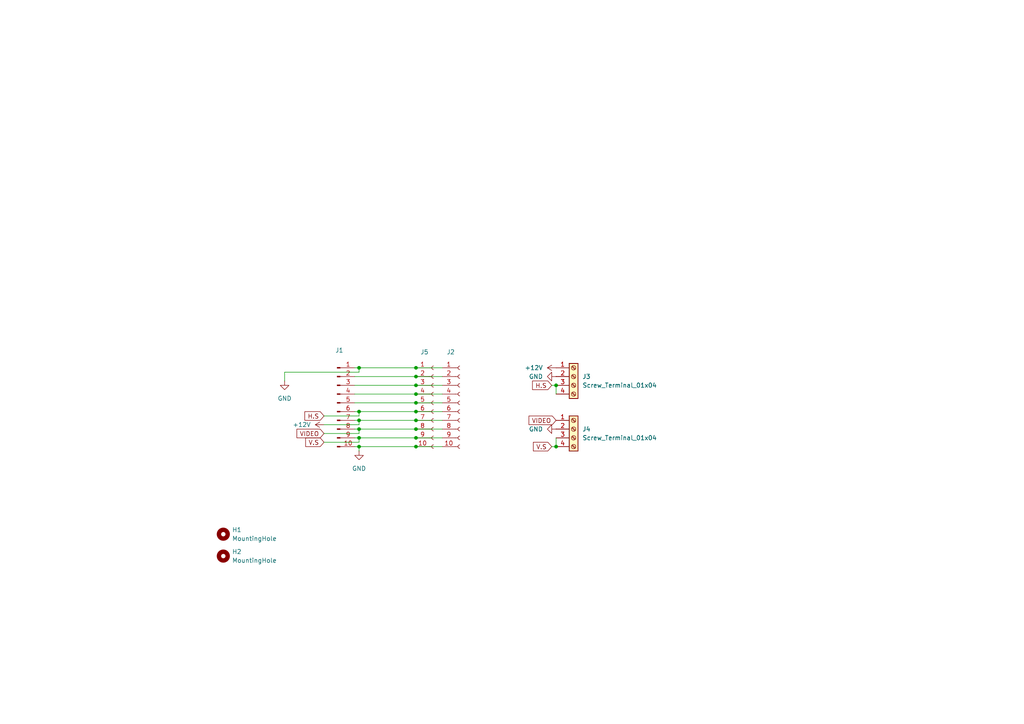
<source format=kicad_sch>
(kicad_sch (version 20231120) (generator "eeschema") (generator_version "8.0")
  (paper "A4")
  (lib_symbols
    (symbol "Connector:Conn_01x10_Pin" (pin_names (offset 1.016) hide)
      (property "Reference" "J" (at 0 12.7 0))
      (property "Value" "Conn_01x10_Pin" (at 0 -15.24 0))
      (symbol "Conn_01x10_Pin_1_1"
        (polyline (pts (xy 1.27 -12.7) (xy 0.8636 -12.7)) (stroke (width 0.1524)))
        (polyline (pts (xy 1.27 -10.16) (xy 0.8636 -10.16)) (stroke (width 0.1524)))
        (polyline (pts (xy 1.27 -7.62) (xy 0.8636 -7.62)) (stroke (width 0.1524)))
        (polyline (pts (xy 1.27 -5.08) (xy 0.8636 -5.08)) (stroke (width 0.1524)))
        (polyline (pts (xy 1.27 -2.54) (xy 0.8636 -2.54)) (stroke (width 0.1524)))
        (polyline (pts (xy 1.27 0) (xy 0.8636 0)) (stroke (width 0.1524)))
        (polyline (pts (xy 1.27 2.54) (xy 0.8636 2.54)) (stroke (width 0.1524)))
        (polyline (pts (xy 1.27 5.08) (xy 0.8636 5.08)) (stroke (width 0.1524)))
        (polyline (pts (xy 1.27 7.62) (xy 0.8636 7.62)) (stroke (width 0.1524)))
        (polyline (pts (xy 1.27 10.16) (xy 0.8636 10.16)) (stroke (width 0.1524)))
        (rectangle (start 0.8636 -12.573) (end 0 -12.827) (stroke (width 0.1524)) (fill (type outline)))
        (rectangle (start 0.8636 -10.033) (end 0 -10.287) (stroke (width 0.1524)) (fill (type outline)))
        (rectangle (start 0.8636 -7.493) (end 0 -7.747) (stroke (width 0.1524)) (fill (type outline)))
        (rectangle (start 0.8636 -4.953) (end 0 -5.207) (stroke (width 0.1524)) (fill (type outline)))
        (rectangle (start 0.8636 -2.413) (end 0 -2.667) (stroke (width 0.1524)) (fill (type outline)))
        (rectangle (start 0.8636 0.127) (end 0 -0.127) (stroke (width 0.1524)) (fill (type outline)))
        (rectangle (start 0.8636 2.667) (end 0 2.413) (stroke (width 0.1524)) (fill (type outline)))
        (rectangle (start 0.8636 5.207) (end 0 4.953) (stroke (width 0.1524)) (fill (type outline)))
        (rectangle (start 0.8636 7.747) (end 0 7.493) (stroke (width 0.1524)) (fill (type outline)))
        (rectangle (start 0.8636 10.287) (end 0 10.033) (stroke (width 0.1524)) (fill (type outline)))
        (pin passive line (at 5.08 10.16 180) (length 3.81) (name "Pin_1") (number "1"))
        (pin passive line (at 5.08 -12.7 180) (length 3.81) (name "Pin_10") (number "10"))
        (pin passive line (at 5.08 7.62 180) (length 3.81) (name "Pin_2") (number "2"))
        (pin passive line (at 5.08 5.08 180) (length 3.81) (name "Pin_3") (number "3"))
        (pin passive line (at 5.08 2.54 180) (length 3.81) (name "Pin_4") (number "4"))
        (pin passive line (at 5.08 0 180) (length 3.81) (name "Pin_5") (number "5"))
        (pin passive line (at 5.08 -2.54 180) (length 3.81) (name "Pin_6") (number "6"))
        (pin passive line (at 5.08 -5.08 180) (length 3.81) (name "Pin_7") (number "7"))
        (pin passive line (at 5.08 -7.62 180) (length 3.81) (name "Pin_8") (number "8"))
        (pin passive line (at 5.08 -10.16 180) (length 3.81) (name "Pin_9") (number "9"))
      )
    )
    (symbol "Connector:Conn_01x10_Socket" (pin_names (offset 1.016) hide)
      (property "Reference" "J" (at 0 12.7 0))
      (property "Value" "Conn_01x10_Socket" (at 0 -15.24 0))
      (symbol "Conn_01x10_Socket_1_1"
        (arc (start 0 -12.192) (mid -0.5058 -12.7) (end 0 -13.208) (stroke (width 0.1524)))
        (arc (start 0 -9.652) (mid -0.5058 -10.16) (end 0 -10.668) (stroke (width 0.1524)))
        (arc (start 0 -7.112) (mid -0.5058 -7.62) (end 0 -8.128) (stroke (width 0.1524)))
        (arc (start 0 -4.572) (mid -0.5058 -5.08) (end 0 -5.588) (stroke (width 0.1524)))
        (arc (start 0 -2.032) (mid -0.5058 -2.54) (end 0 -3.048) (stroke (width 0.1524)))
        (polyline (pts (xy -1.27 -12.7) (xy -0.508 -12.7)) (stroke (width 0.1524)))
        (polyline (pts (xy -1.27 -10.16) (xy -0.508 -10.16)) (stroke (width 0.1524)))
        (polyline (pts (xy -1.27 -7.62) (xy -0.508 -7.62)) (stroke (width 0.1524)))
        (polyline (pts (xy -1.27 -5.08) (xy -0.508 -5.08)) (stroke (width 0.1524)))
        (polyline (pts (xy -1.27 -2.54) (xy -0.508 -2.54)) (stroke (width 0.1524)))
        (polyline (pts (xy -1.27 0) (xy -0.508 0)) (stroke (width 0.1524)))
        (polyline (pts (xy -1.27 2.54) (xy -0.508 2.54)) (stroke (width 0.1524)))
        (polyline (pts (xy -1.27 5.08) (xy -0.508 5.08)) (stroke (width 0.1524)))
        (polyline (pts (xy -1.27 7.62) (xy -0.508 7.62)) (stroke (width 0.1524)))
        (polyline (pts (xy -1.27 10.16) (xy -0.508 10.16)) (stroke (width 0.1524)))
        (arc (start 0 0.508) (mid -0.5058 0) (end 0 -0.508) (stroke (width 0.1524)))
        (arc (start 0 3.048) (mid -0.5058 2.54) (end 0 2.032) (stroke (width 0.1524)))
        (arc (start 0 5.588) (mid -0.5058 5.08) (end 0 4.572) (stroke (width 0.1524)))
        (arc (start 0 8.128) (mid -0.5058 7.62) (end 0 7.112) (stroke (width 0.1524)))
        (arc (start 0 10.668) (mid -0.5058 10.16) (end 0 9.652) (stroke (width 0.1524)))
        (pin passive line (at -5.08 10.16 0) (length 3.81) (name "Pin_1") (number "1"))
        (pin passive line (at -5.08 -12.7 0) (length 3.81) (name "Pin_10") (number "10"))
        (pin passive line (at -5.08 7.62 0) (length 3.81) (name "Pin_2") (number "2"))
        (pin passive line (at -5.08 5.08 0) (length 3.81) (name "Pin_3") (number "3"))
        (pin passive line (at -5.08 2.54 0) (length 3.81) (name "Pin_4") (number "4"))
        (pin passive line (at -5.08 0 0) (length 3.81) (name "Pin_5") (number "5"))
        (pin passive line (at -5.08 -2.54 0) (length 3.81) (name "Pin_6") (number "6"))
        (pin passive line (at -5.08 -5.08 0) (length 3.81) (name "Pin_7") (number "7"))
        (pin passive line (at -5.08 -7.62 0) (length 3.81) (name "Pin_8") (number "8"))
        (pin passive line (at -5.08 -10.16 0) (length 3.81) (name "Pin_9") (number "9"))
      )
    )
    (symbol "Connector:Screw_Terminal_01x04" (pin_names (offset 1.016) hide)
      (property "Reference" "J" (at 0 5.08 0))
      (property "Value" "Screw_Terminal_01x04" (at 0 -7.62 0))
      (symbol "Screw_Terminal_01x04_1_1"
        (rectangle (start -1.27 3.81) (end 1.27 -6.35) (stroke (width 0.254)) (fill (type background)))
        (circle (center 0 -5.08) (radius 0.635) (stroke (width 0.1524)))
        (circle (center 0 -2.54) (radius 0.635) (stroke (width 0.1524)))
        (polyline (pts (xy -0.5334 -4.7498) (xy 0.3302 -5.588)) (stroke (width 0.1524)))
        (polyline (pts (xy -0.5334 -2.2098) (xy 0.3302 -3.048)) (stroke (width 0.1524)))
        (polyline (pts (xy -0.5334 0.3302) (xy 0.3302 -0.508)) (stroke (width 0.1524)))
        (polyline (pts (xy -0.5334 2.8702) (xy 0.3302 2.032)) (stroke (width 0.1524)))
        (polyline (pts (xy -0.3556 -4.572) (xy 0.508 -5.4102)) (stroke (width 0.1524)))
        (polyline (pts (xy -0.3556 -2.032) (xy 0.508 -2.8702)) (stroke (width 0.1524)))
        (polyline (pts (xy -0.3556 0.508) (xy 0.508 -0.3302)) (stroke (width 0.1524)))
        (polyline (pts (xy -0.3556 3.048) (xy 0.508 2.2098)) (stroke (width 0.1524)))
        (circle (center 0 0) (radius 0.635) (stroke (width 0.1524)))
        (circle (center 0 2.54) (radius 0.635) (stroke (width 0.1524)))
        (pin passive line (at -5.08 2.54 0) (length 3.81) (name "Pin_1") (number "1"))
        (pin passive line (at -5.08 0 0) (length 3.81) (name "Pin_2") (number "2"))
        (pin passive line (at -5.08 -2.54 0) (length 3.81) (name "Pin_3") (number "3"))
        (pin passive line (at -5.08 -5.08 0) (length 3.81) (name "Pin_4") (number "4"))
      )
    )
    (symbol "Mechanical:MountingHole" (pin_names (offset 1.016)) (exclude_from_sim yes) (in_bom no)
      (property "Reference" "H" (at 0 5.08 0))
      (property "Value" "MountingHole" (at 0 3.175 0))
      (symbol "MountingHole_0_1"
        (circle (center 0 0) (radius 1.27) (stroke (width 1.27)))
      )
    )
    (symbol "power:+12V" (power) (pin_numbers hide) (pin_names (offset 0) hide)
      (property "Value" "+12V" (at 0 3.556 0))
      (symbol "+12V_0_1"
        (polyline (pts (xy -0.762 1.27) (xy 0 2.54)))
        (polyline (pts (xy 0 0) (xy 0 2.54)))
        (polyline (pts (xy 0 2.54) (xy 0.762 1.27)))
      )
      (symbol "+12V_1_1"
        (pin power_in line (at 0 0 90) (length 0) (name "~") (number "1"))
      )
    )
    (symbol "power:GND" (power) (pin_numbers hide) (pin_names (offset 0) hide)
      (property "Value" "GND" (at 0 -3.81 0))
      (symbol "GND_0_1"
        (polyline (pts (xy 0 0) (xy 0 -1.27) (xy 1.27 -1.27) (xy 0 -2.54) (xy -1.27 -1.27) (xy 0 -1.27)))
      )
      (symbol "GND_1_1"
        (pin power_in line (at 0 0 270) (length 0) (name "~") (number "1"))
      )
    )
  )
  (junction (at 120.65 116.84))
  (junction (at 120.65 111.76))
  (junction (at 120.65 121.92))
  (junction (at 161.29 129.54))
  (junction (at 104.14 127))
  (junction (at 120.65 109.22))
  (junction (at 120.65 106.68))
  (junction (at 120.65 124.46))
  (junction (at 120.65 119.38))
  (junction (at 104.14 129.54))
  (junction (at 120.65 129.54))
  (junction (at 120.65 114.3))
  (junction (at 120.65 127))
  (junction (at 104.14 106.68))
  (junction (at 161.29 111.76))
  (junction (at 104.14 119.38))
  (junction (at 104.14 121.92))
  (junction (at 104.14 124.46))
  (wire (pts (xy 160.02 111.76) (xy 161.29 111.76)))
  (wire (pts (xy 104.14 121.92) (xy 120.65 121.92)))
  (wire (pts (xy 93.98 125.73) (xy 104.14 125.73)))
  (wire (pts (xy 104.14 120.65) (xy 93.98 120.65)))
  (wire (pts (xy 102.87 116.84) (xy 120.65 116.84)))
  (wire (pts (xy 161.29 111.76) (xy 161.29 114.3)))
  (wire (pts (xy 120.65 129.54) (xy 128.27 129.54)))
  (wire (pts (xy 104.14 129.54) (xy 120.65 129.54)))
  (wire (pts (xy 102.87 106.68) (xy 104.14 106.68)))
  (wire (pts (xy 102.87 114.3) (xy 120.65 114.3)))
  (wire (pts (xy 102.87 119.38) (xy 104.14 119.38)))
  (wire (pts (xy 104.14 123.19) (xy 104.14 121.92)))
  (wire (pts (xy 120.65 119.38) (xy 128.27 119.38)))
  (wire (pts (xy 102.87 111.76) (xy 120.65 111.76)))
  (wire (pts (xy 102.87 109.22) (xy 120.65 109.22)))
  (wire (pts (xy 93.98 123.19) (xy 104.14 123.19)))
  (wire (pts (xy 104.14 119.38) (xy 120.65 119.38)))
  (wire (pts (xy 104.14 106.68) (xy 104.14 107.95)))
  (wire (pts (xy 120.65 124.46) (xy 128.27 124.46)))
  (wire (pts (xy 120.65 111.76) (xy 128.27 111.76)))
  (wire (pts (xy 82.55 107.95) (xy 82.55 110.49)))
  (wire (pts (xy 104.14 129.54) (xy 104.14 130.81)))
  (wire (pts (xy 104.14 124.46) (xy 120.65 124.46)))
  (wire (pts (xy 120.65 127) (xy 128.27 127)))
  (wire (pts (xy 120.65 121.92) (xy 128.27 121.92)))
  (wire (pts (xy 102.87 124.46) (xy 104.14 124.46)))
  (wire (pts (xy 93.98 128.27) (xy 104.14 128.27)))
  (wire (pts (xy 102.87 129.54) (xy 104.14 129.54)))
  (wire (pts (xy 102.87 127) (xy 104.14 127)))
  (wire (pts (xy 120.65 114.3) (xy 128.27 114.3)))
  (wire (pts (xy 160.02 129.54) (xy 161.29 129.54)))
  (wire (pts (xy 82.55 107.95) (xy 104.14 107.95)))
  (wire (pts (xy 120.65 109.22) (xy 128.27 109.22)))
  (wire (pts (xy 104.14 127) (xy 104.14 128.27)))
  (wire (pts (xy 120.65 106.68) (xy 128.27 106.68)))
  (wire (pts (xy 120.65 116.84) (xy 128.27 116.84)))
  (wire (pts (xy 104.14 120.65) (xy 104.14 119.38)))
  (wire (pts (xy 102.87 121.92) (xy 104.14 121.92)))
  (wire (pts (xy 104.14 127) (xy 120.65 127)))
  (wire (pts (xy 104.14 125.73) (xy 104.14 124.46)))
  (wire (pts (xy 104.14 106.68) (xy 120.65 106.68)))
  (wire (pts (xy 161.29 127) (xy 161.29 129.54)))
  (global_label "VIDEO" (shape input) (at 93.98 125.73 180) (property "Intersheetrefs" "${INTERSHEET_REFS}" (effects (hide yes))))
  (global_label "V.S" (shape input) (at 160.02 129.54 180) (property "Intersheetrefs" "${INTERSHEET_REFS}" (effects (hide yes))))
  (global_label "VIDEO" (shape input) (at 161.29 121.92 180) (property "Intersheetrefs" "${INTERSHEET_REFS}" (effects (hide yes))))
  (global_label "H.S" (shape input) (at 160.02 111.76 180) (property "Intersheetrefs" "${INTERSHEET_REFS}" (effects (hide yes))))
  (global_label "H.S" (shape input) (at 93.98 120.65 180) (property "Intersheetrefs" "${INTERSHEET_REFS}" (effects (hide yes))))
  (global_label "V.S" (shape input) (at 93.98 128.27 180) (property "Intersheetrefs" "${INTERSHEET_REFS}" (effects (hide yes))))
  (symbol (lib_id "Connector:Screw_Terminal_01x04") (at 166.37 109.22 0) (unit 1)
    (property "Reference" "J3" (at 168.91 109.2199 0) (effects (justify left)))
    (property "Value" "Screw_Terminal_01x04" (at 168.91 111.7599 0) (effects (justify left)))
    (property "Footprint" "TerminalBlock:TerminalBlock_bornier-4_P5.08mm" (effects (hide yes)))
    (property "Description" "Generic screw terminal, single row, 01x04, script generated (kicad-library-utils/schlib/autogen/connector/)" (effects (hide yes)))
  )
  (symbol (lib_id "power:GND") (at 82.55 110.49 0) (unit 1)
    (property "Reference" "#PWR02" (effects (hide yes)))
    (property "Value" "GND" (at 82.55 115.57 0))
    (property "Description" "Power symbol creates a global label with name \"GND\" , ground" (effects (hide yes)))
  )
  (symbol (lib_id "power:+12V") (at 93.98 123.19 90) (unit 1)
    (property "Reference" "#PWR03" (effects (hide yes)))
    (property "Value" "+12V" (at 90.17 123.1899 90) (effects (justify left)))
    (property "Description" "Power symbol creates a global label with name \"+12V\"" (effects (hide yes)))
  )
  (symbol (lib_id "power:GND") (at 161.29 109.22 270) (unit 1)
    (property "Reference" "#PWR06" (effects (hide yes)))
    (property "Value" "GND" (at 157.48 109.2199 90) (effects (justify right)))
    (property "Description" "Power symbol creates a global label with name \"GND\" , ground" (effects (hide yes)))
  )
  (symbol (lib_id "power:GND") (at 104.14 130.81 0) (unit 1)
    (property "Reference" "#PWR01" (effects (hide yes)))
    (property "Value" "GND" (at 104.14 135.89 0))
    (property "Description" "Power symbol creates a global label with name \"GND\" , ground" (effects (hide yes)))
  )
  (symbol (lib_id "Connector:Screw_Terminal_01x04") (at 166.37 124.46 0) (unit 1)
    (property "Reference" "J4" (at 168.91 124.4599 0) (effects (justify left)))
    (property "Value" "Screw_Terminal_01x04" (at 168.91 126.9999 0) (effects (justify left)))
    (property "Footprint" "TerminalBlock:TerminalBlock_bornier-4_P5.08mm" (effects (hide yes)))
    (property "Description" "Generic screw terminal, single row, 01x04, script generated (kicad-library-utils/schlib/autogen/connector/)" (effects (hide yes)))
  )
  (symbol (lib_id "power:GND") (at 161.29 124.46 270) (unit 1)
    (property "Reference" "#PWR04" (effects (hide yes)))
    (property "Value" "GND" (at 157.48 124.4599 90) (effects (justify right)))
    (property "Description" "Power symbol creates a global label with name \"GND\" , ground" (effects (hide yes)))
  )
  (symbol (lib_id "Mechanical:MountingHole") (at 64.77 161.29 0) (unit 1) (exclude_from_sim yes) (in_bom no)
    (property "Reference" "H2" (at 67.31 160.0199 0) (effects (justify left)))
    (property "Value" "MountingHole" (at 67.31 162.5599 0) (effects (justify left)))
    (property "Footprint" "MountingHole:MountingHole_2.2mm_M2" (effects (hide yes)))
    (property "Description" "Mounting Hole without connection" (effects (hide yes)))
  )
  (symbol (lib_id "power:+12V") (at 161.29 106.68 90) (unit 1)
    (property "Reference" "#PWR05" (effects (hide yes)))
    (property "Value" "+12V" (at 157.48 106.6799 90) (effects (justify left)))
    (property "Description" "Power symbol creates a global label with name \"+12V\"" (effects (hide yes)))
  )
  (symbol (lib_id "Connector:Conn_01x10_Socket") (at 133.35 116.84 0) (unit 1)
    (property "Reference" "J2" (at 129.54 102.108 0) (effects (justify left)))
    (property "Value" "Conn_01x10_Socket" (effects (hide yes)))
    (property "Footprint" "Connector_PinHeader_2.54mm:PinHeader_1x10_P2.54mm_Vertical" (effects (hide yes)))
    (property "Description" "Generic connector, single row, 01x10, script generated" (effects (hide yes)))
  )
  (symbol (lib_id "Connector:Conn_01x10_Socket") (at 125.73 116.84 0) (unit 1)
    (property "Reference" "J5" (at 121.92 102.108 0) (effects (justify left)))
    (property "Value" "Conn_01x10_Socket" (effects (hide yes)))
    (property "Footprint" "Connector_PinHeader_2.54mm:PinHeader_1x10_P2.54mm_Vertical" (effects (hide yes)))
    (property "Description" "Generic connector, single row, 01x10, script generated" (effects (hide yes)))
  )
  (symbol (lib_id "Connector:Conn_01x10_Pin") (at 97.79 116.84 0) (unit 1)
    (property "Reference" "J1" (at 98.425 101.6 0))
    (property "Value" "Conn_01x10_Pin" (effects (hide yes)))
    (property "Footprint" "Card_Edge:CRT_P0.156_10P" (effects (hide yes)))
    (property "Description" "Generic connector, single row, 01x10, script generated" (effects (hide yes)))
  )
  (symbol (lib_id "Mechanical:MountingHole") (at 64.77 154.94 0) (unit 1) (exclude_from_sim yes) (in_bom no)
    (property "Reference" "H1" (at 67.31 153.6699 0) (effects (justify left)))
    (property "Value" "MountingHole" (at 67.31 156.2099 0) (effects (justify left)))
    (property "Footprint" "MountingHole:MountingHole_2.2mm_M2" (effects (hide yes)))
    (property "Description" "Mounting Hole without connection" (effects (hide yes)))
  )
)
</source>
